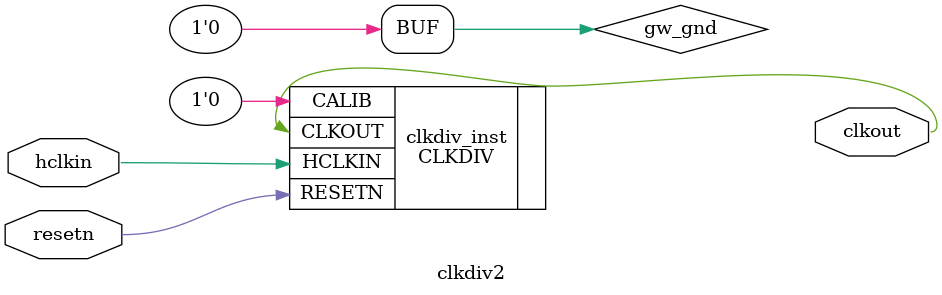
<source format=v>

module clkdiv2 (clkout, hclkin, resetn);

output clkout;
input hclkin;
input resetn;

wire gw_gnd;

assign gw_gnd = 1'b0;

CLKDIV clkdiv_inst (
    .CLKOUT(clkout),
    .HCLKIN(hclkin),
    .RESETN(resetn),
    .CALIB(gw_gnd)
);

defparam clkdiv_inst.DIV_MODE = "2";
defparam clkdiv_inst.GSREN = "false";

endmodule //clkdiv2

</source>
